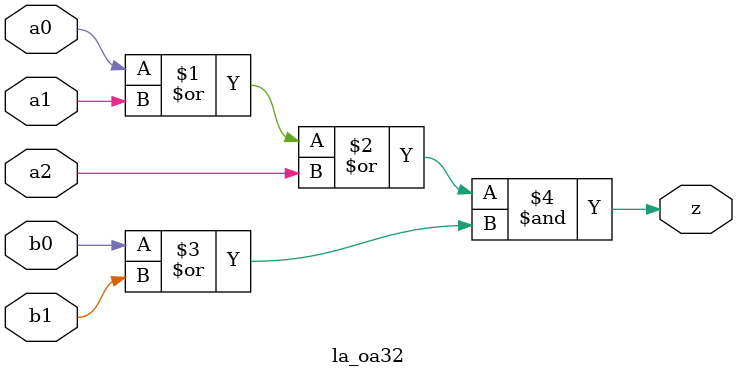
<source format=v>

module la_oa32 #(parameter PROP = "DEFAULT")   (
    input  a0,
    input  a1,
    input  a2,
    input  b0,
    input  b1,
    output z
    );

   assign z = (a0 | a1 | a2) & (b0 | b1);

endmodule

</source>
